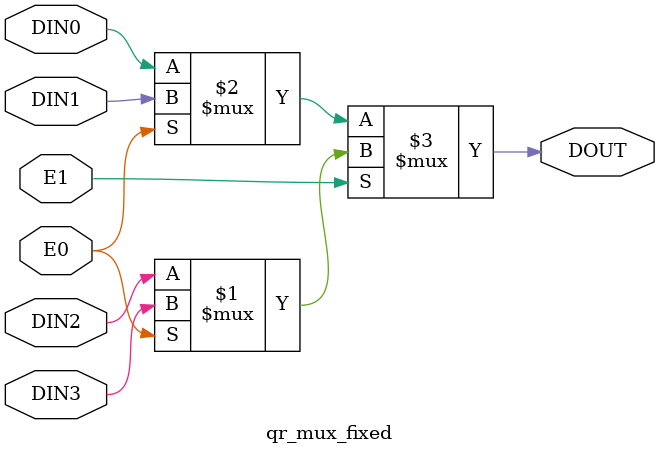
<source format=sv>
module qr_mux_fixed (
    input wire logic DIN0,
	input wire logic DIN1,
	input wire logic DIN2,
	input wire logic DIN3,
    input wire logic E0,
	input wire logic E1,
    output reg DOUT
);

assign DOUT = E1 ? (E0 ? DIN3 : DIN2) : (E0 ? DIN1 : DIN0);

endmodule

</source>
